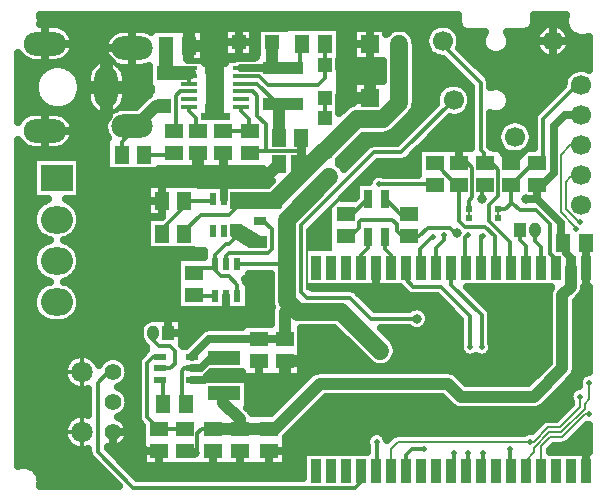
<source format=gbr>
G04 DipTrace 3.3.1.3*
G04 Top.gbr*
%MOIN*%
G04 #@! TF.FileFunction,Copper,L1,Top*
G04 #@! TF.Part,Single*
G04 #@! TA.AperFunction,CopperBalancing*
%ADD14C,0.012992*%
%ADD15C,0.03937*%
%ADD16C,0.025984*%
G04 #@! TA.AperFunction,Conductor*
%ADD17C,0.007874*%
%ADD18C,0.011811*%
G04 #@! TA.AperFunction,CopperBalancing*
%ADD19C,0.031496*%
G04 #@! TA.AperFunction,Conductor*
%ADD20C,0.059055*%
G04 #@! TA.AperFunction,ViaPad*
%ADD23C,0.019685*%
G04 #@! TA.AperFunction,Conductor*
%ADD24C,0.047244*%
G04 #@! TA.AperFunction,CopperBalancing*
%ADD26C,0.025*%
G04 #@! TA.AperFunction,Nonconductor*
%ADD27C,0.043307*%
%ADD28C,0.017717*%
%ADD30R,0.059055X0.051181*%
%ADD31R,0.051181X0.059055*%
%ADD33R,0.047244X0.047244*%
%ADD37R,0.031496X0.062992*%
G04 #@! TA.AperFunction,ComponentPad*
%ADD38O,0.137795X0.07874*%
%ADD39O,0.07874X0.137795*%
%ADD40O,0.141732X0.07874*%
%ADD41C,0.066929*%
%ADD42R,0.066929X0.066929*%
%ADD43R,0.05937X0.05937*%
%ADD44C,0.05937*%
%ADD45R,0.106299X0.090551*%
%ADD46O,0.106299X0.090551*%
%ADD49R,0.03937X0.051181*%
%ADD50O,0.03937X0.051181*%
%ADD53R,0.133858X0.043307*%
%ADD54R,0.106299X0.045276*%
%ADD56R,0.041339X0.025591*%
%ADD57R,0.019685X0.019685*%
%ADD60R,0.043307X0.023622*%
%ADD65R,0.055118X0.011811*%
%ADD66R,0.062992X0.110236*%
%ADD68R,0.023622X0.043307*%
G04 #@! TA.AperFunction,ComponentPad*
%ADD69C,0.055118*%
%ADD70C,0.070866*%
%ADD71R,0.035433X0.07874*%
%ADD72R,0.11811X0.19685*%
G04 #@! TA.AperFunction,ViaPad*
%ADD73C,0.04*%
%FSLAX26Y26*%
G04*
G70*
G90*
G75*
G01*
G04 Top*
%LPD*%
X1006213Y782004D2*
D16*
X1044626D1*
X1070024Y807402D1*
X1073961D1*
X2318055Y1236535D2*
Y1153858D1*
X1928291Y1319213D2*
D17*
Y1350709D1*
X1160575Y1905827D2*
D14*
X1133016D1*
X1102613Y1891446D1*
X1063243Y1758466D1*
X1081835Y1755236D1*
X1896795Y1504252D2*
X1924354D1*
X1940102Y1488504D1*
Y1390079D1*
X1928291Y1378268D1*
Y1350709D1*
X2070024Y1504252D2*
X2081835D1*
X2152701Y1575118D1*
Y1748346D1*
X2266874Y1862520D1*
X2302307D1*
X1168449Y1819213D2*
D16*
X1310181D1*
D15*
X1270811D1*
Y1905827D1*
X1310181Y1819213D2*
D14*
X1365299D1*
Y1901890D1*
X1373173D1*
X845614Y1531811D2*
X940102D1*
X944039Y1535748D1*
X1310181Y1701102D2*
D15*
X1294433D1*
Y1586929D1*
X1310181Y1701102D2*
D14*
Y1708976D1*
X1282622D1*
X1223567Y1768031D1*
D18*
X1168449D1*
X1203882Y1543622D2*
D14*
X1197976Y1537717D1*
Y1535748D1*
X1369236Y1586929D2*
D19*
Y1543622D1*
Y1500315D1*
Y1543622D2*
D14*
X1246818D1*
X1205850D1*
X1197976Y1535748D1*
X1168449Y1742441D2*
D18*
X1209787D1*
X1223567Y1728661D1*
D14*
Y1661732D1*
X1251126Y1634173D1*
Y1547930D1*
X1246818Y1543622D1*
X1696005Y1721969D2*
D20*
Y1705037D1*
X1640890Y1649921D1*
X1554276D1*
X1447976Y1543622D1*
D14*
X1440102Y1535748D1*
D20*
X1286559Y1382205D1*
D14*
X1148764D1*
X1369236Y1500315D2*
X1404669D1*
X1447976Y1543622D1*
X1148764Y1382205D2*
Y1350709D1*
X1129079Y1331024D1*
X1034591D1*
X979472Y1275906D1*
Y1268031D1*
X1696005Y1899921D2*
D20*
Y1721969D1*
D14*
D3*
X1109394Y1610551D2*
X1197976D1*
X1196008D1*
Y1649921D1*
D18*
X1168449Y1677480D1*
Y1691260D1*
X2156638Y1504252D2*
D14*
X2144827D1*
X2070024Y1429449D1*
X2156638Y1504252D2*
X2176323D1*
Y1649921D1*
X2288921Y1762520D1*
X2302307D1*
X2026717Y1319213D2*
D17*
Y1350709D1*
X2070024Y1429449D2*
D14*
Y1374331D1*
X2075827Y1368528D1*
X2097583Y1346772D1*
X2152701D1*
X2199945Y1299528D1*
Y1201102D1*
X2211756Y1189291D1*
Y1154252D1*
X2218055D1*
X2026717Y1350709D2*
X2050339D1*
X2068157Y1368528D1*
X2075827D1*
X1010969Y1138110D2*
X1030654D1*
Y1153858D1*
X1081835D1*
Y1165669D1*
X1148764Y1275906D2*
X1156638D1*
X1196008Y1236535D1*
X1231441D1*
X1156638Y1059370D2*
Y1098740D1*
X1129079Y1126299D1*
X1101520D1*
X1081835Y1145984D1*
Y1165669D1*
X1148764Y1275906D2*
Y1252283D1*
X1129079Y1232598D1*
X1117268D1*
X1081835Y1197165D1*
Y1165669D1*
X1164512Y618425D2*
D15*
X1262937D1*
X1282622D1*
X1432228Y768031D1*
X1849551D1*
X2268055Y1154252D2*
Y1092047D1*
X2239315Y1063307D1*
Y819213D1*
X2144827Y724724D1*
X1900732D1*
X1857425Y768031D1*
X1849551D1*
X1113331Y736535D2*
X1109394D1*
Y705039D1*
X1164512Y649921D1*
Y618425D1*
X1113331Y736535D2*
D14*
X1109394D1*
X1101520Y697165D2*
X1109394Y705039D1*
X1073961Y618425D2*
D15*
X1164512D1*
X2268055Y1154252D2*
D16*
Y1188110D1*
X2251126Y1205039D1*
Y1236535D1*
X2243252D1*
X2235378D1*
Y1303465D1*
X2156638Y1382205D1*
X2117268D1*
X2302307Y1662520D2*
X2247976D1*
X2211756Y1626299D1*
Y1468819D1*
X2176323Y1433386D1*
X2160575D1*
X2156638Y1429449D1*
Y1382205D1*
X980524Y543622D2*
D14*
X1022780D1*
Y602677D1*
X1038528Y618425D1*
X1073961D1*
X1014906Y535748D2*
X988398D1*
X980524Y543622D1*
X1727504Y1260157D2*
X1703882D1*
X1688134Y1275906D1*
Y1299528D1*
X1672386Y1315276D1*
X1570024D1*
X1562150Y1307402D1*
Y1287717D1*
X1542465Y1268031D1*
X1526717D1*
X1518843Y1260157D1*
X1888921Y1271969D2*
Y1264094D1*
X1865299Y1287717D1*
X1790496D1*
X1762937Y1260157D1*
X1727504D1*
X1983409Y1429449D2*
X1971598D1*
Y1382205D1*
X1841677Y1909764D2*
Y1897953D1*
X1967661Y1771969D1*
Y1547559D1*
X1979472Y1535748D1*
Y1504252D1*
X1983409D1*
X1975535D1*
Y1496378D1*
X2010969D1*
X2026717Y1480630D1*
Y1394016D1*
X1995220Y1362520D1*
Y1311339D1*
X2066087Y1240472D1*
Y1152283D1*
X2068055Y1154252D1*
X2118094Y476220D2*
D17*
X2117268D1*
Y512126D1*
X2144827Y539685D1*
Y555433D1*
X2196008Y606614D1*
X2235378D1*
X2314118Y685354D1*
Y701102D1*
X2329866Y716850D1*
Y771969D1*
X1648764Y1256220D2*
D14*
Y1216850D1*
X1668055Y1197559D1*
Y1154252D1*
X1568436Y476218D2*
Y439672D1*
X1550339Y421575D1*
X810181D1*
X692071Y539685D1*
Y771969D1*
X726717Y806614D1*
X741283D1*
X2302307Y1562520D2*
D17*
X2266087D1*
X2235378Y1531811D1*
Y1338898D1*
X2282622Y1291654D1*
Y1283780D1*
X2286559D1*
X2298370Y724724D2*
Y689291D1*
X2231441Y622362D1*
X2192071D1*
X2144827Y575118D1*
X2133016D1*
X1692071D1*
X1668436Y551483D1*
Y476218D1*
X1648764Y1382205D2*
D14*
X1652701D1*
X1699945Y1334961D1*
X1727504D1*
X1932228Y890079D2*
Y992441D1*
X1833803Y1090866D1*
X1743252D1*
X1718055Y1116063D1*
Y1154252D1*
X1621205Y575118D2*
Y478987D1*
X1618436Y476218D1*
X1924354Y1264094D2*
X1916480Y1256220D1*
Y1189291D1*
X1918055Y1187717D1*
Y1154252D1*
X1971598Y890079D2*
Y996378D1*
X1869236Y1098740D1*
Y1118425D1*
X1868055Y1119606D1*
Y1154252D1*
X1975535Y1260157D2*
X1968055D1*
Y1154252D1*
X806244Y1626299D2*
D15*
X818055D1*
X884984Y1693228D1*
X912543D1*
X806244Y1626299D2*
D14*
Y1610551D1*
X770811Y1575118D1*
Y1531811D1*
X995220Y1742441D2*
D18*
X965693D1*
D14*
X951913Y1728661D1*
Y1630236D1*
X944039Y1622362D1*
Y1610551D1*
X1168449Y1793622D2*
D18*
X1229472D1*
D14*
X1259000Y1764094D1*
X1424354D1*
X1447976Y1787717D1*
Y1831024D1*
Y1901890D1*
X1231441Y1311339D2*
X1243252D1*
X1270811Y1283780D1*
Y1216850D1*
X1259000Y1205039D1*
X1129079D1*
X1117268Y1193228D1*
Y1165669D1*
X1119236D1*
X904669Y1268031D2*
Y1283780D1*
X979472Y1358583D1*
Y1378268D1*
X1070024D1*
X1073961Y1382205D1*
X995220Y1691260D2*
D18*
Y1677480D1*
D14*
X1018843Y1653858D1*
Y1610551D1*
X1022780Y1614488D1*
X1026717Y1610551D1*
X899913Y782004D2*
X905450D1*
X909449Y778005D1*
Y700988D1*
X1006213Y819406D2*
D16*
X1034783D1*
X1070024Y854646D1*
X1113331D1*
X1006213Y819406D2*
D14*
X979665D1*
X971598Y811339D1*
Y720787D1*
X984252Y708134D1*
Y700988D1*
X2302307Y1462520D2*
D17*
X2281047D1*
X2286559Y1457008D1*
X2266874D1*
X2251126Y1441260D1*
Y1350709D1*
X2294433Y1307402D1*
X2298370D1*
X2168094Y476220D2*
Y559016D1*
X2199945Y590866D1*
X2239315D1*
X2314118Y665669D1*
X2329866D1*
X895328Y618425D2*
D14*
X980524D1*
X899913Y856807D2*
X875335D1*
X855958Y837430D1*
Y657795D1*
X895328Y618425D1*
X1447976Y1720787D2*
Y1653858D1*
X1593646Y1382205D2*
X1589709D1*
X1542465Y1334961D1*
X1518843D1*
X995220Y1793622D2*
D18*
Y1819213D1*
Y1768031D2*
Y1793622D1*
X920417Y1894016D2*
D24*
Y1811339D1*
X912543Y1803465D1*
X995220Y1819213D2*
D14*
Y1803465D1*
D24*
X912543D1*
X1593646Y1256220D2*
D14*
Y1220787D1*
X1568395Y1195537D1*
Y1154248D1*
X1010969Y1063307D2*
Y1059370D1*
X1081835D1*
X1814118Y1504252D2*
X1837740D1*
Y1480630D1*
X1873173Y1445197D1*
Y1429449D1*
X1896795D1*
Y1311339D1*
X1916480Y1291654D1*
X1983409D1*
X2014906Y1260157D1*
Y1154252D1*
X2018055D1*
X1778685Y551496D2*
X1739315D1*
X1718436Y530617D1*
Y476218D1*
X1877110Y535748D2*
Y484892D1*
X1868436Y476218D1*
X1924354Y535748D2*
Y482480D1*
X1918094Y476220D1*
X1975535Y535748D2*
Y483661D1*
X1968094Y476220D1*
X2066087Y551496D2*
Y508189D1*
X2062150Y504252D1*
Y476220D1*
X2068094D1*
X899913Y819406D2*
X932421D1*
X947976Y834961D1*
Y878268D1*
X932228Y894016D1*
X896795D1*
X875732Y915079D1*
Y935945D1*
X2168055Y1154252D2*
Y1225118D1*
X2148764Y1244409D1*
Y1279843D1*
X2118055Y1154252D2*
Y1227874D1*
X2098764Y1247165D1*
Y1279843D1*
X1629079Y1433386D2*
X1814118D1*
Y1429449D1*
X1006213Y856807D2*
D16*
Y861701D1*
X1062150Y917638D1*
X1089709D1*
X1314118D1*
X1227504D2*
X1089709D1*
X1314118D2*
X1318055D1*
X1463724Y1457008D2*
D20*
X1321992Y1315276D1*
Y1273937D1*
Y1165669D1*
Y1043622D1*
X1357425Y1008189D1*
X1503094D1*
X1633016Y878268D1*
X1156638Y1165669D2*
D14*
X1321992D1*
X1314118Y917638D2*
D15*
Y1008189D1*
X1357425D1*
X1755063Y984567D2*
D14*
X1601520D1*
X1530654Y1055433D1*
X1388921D1*
X1369236Y1075118D1*
Y1295591D1*
X1612606Y1538961D1*
X1703157D1*
X1877110Y1712913D1*
X1845614Y1264094D2*
Y1248346D1*
X1818055Y1220787D1*
Y1154252D1*
X1810181Y1256220D2*
X1806244D1*
X1766874Y1216850D1*
Y1155433D1*
X1768055Y1154252D1*
D15*
X1463724Y1457008D3*
D73*
X1849551Y768031D3*
X2321992Y594803D3*
D23*
X1975535Y1260157D3*
X1971598Y890079D3*
X1924354Y1264094D3*
X1932228Y890079D3*
X1845614Y1264094D3*
X1810181Y1256220D3*
X2298370Y724724D3*
X2329866Y771969D3*
Y665669D3*
X2298370Y1307402D3*
X2286559Y1283780D3*
D15*
X1633016Y878268D3*
D19*
X1755063Y984567D3*
D73*
X1814118Y1043622D3*
D19*
X2117268Y1382205D3*
D23*
X1629079Y1433386D3*
D19*
X1971598Y1382205D3*
D73*
X2243252Y551496D3*
D19*
X1888921Y1271969D3*
D73*
X1207819Y697165D3*
X2188134Y1075118D3*
X1680260D3*
D19*
X1014906Y535748D3*
D73*
X1566087Y1075118D3*
X1947976D3*
X2188134Y866457D3*
X877110Y468819D3*
D23*
X1070024Y1722756D3*
D73*
X1207819Y1020000D3*
Y1437323D3*
Y468819D3*
Y778530D3*
Y1096115D3*
X696008Y1257533D3*
Y1105302D3*
D23*
X2133016Y575118D3*
D73*
X696008Y953071D3*
Y1409764D3*
X1270811Y1966850D3*
D23*
X1097583Y1722756D3*
X1778685Y551496D3*
X1877110Y535748D3*
X1924354D3*
X1975535D3*
D73*
X1434197Y689291D3*
D23*
X2066087Y551496D3*
D73*
X1434197Y590866D3*
D23*
X1058213Y1874331D3*
D73*
X1727504Y1966850D3*
D23*
X1101520Y1874331D3*
D73*
X2070024Y1075118D3*
Y866457D3*
X2077898Y645984D3*
D23*
X1621205Y575118D3*
X1070024Y1677480D3*
X1097583D3*
X1083803Y1699134D3*
X1058213Y1915669D3*
X1101520D3*
X1079866Y1895984D3*
X503035Y1970820D2*
D26*
X1889803D1*
X2147858D2*
X2247245D1*
X596262Y1945951D2*
X749583D1*
X1048618D2*
X1109143D1*
X1501369D2*
X1540076D1*
X1728587D2*
X1792880D1*
X1890497D2*
X1904731D1*
X2132966D2*
X2159006D1*
X610687Y1921083D2*
X719799D1*
X1048618D2*
X1109143D1*
X1501369D2*
X1540076D1*
X1749257D2*
X1781505D1*
X1901836D2*
X1970758D1*
X2066939D2*
X2147631D1*
X2267999D2*
X2292137D1*
X613343Y1896214D2*
X710326D1*
X1048618D2*
X1109143D1*
X1501369D2*
X1540076D1*
X1753383D2*
X1781971D1*
X1901370D2*
X1971368D1*
X2066294D2*
X2148133D1*
X2267496D2*
X2327841D1*
X605915Y1871345D2*
X711259D1*
X1048618D2*
X1109143D1*
X1501369D2*
X1540076D1*
X1753348D2*
X1794710D1*
X1915759D2*
X1989346D1*
X2048351D2*
X2160836D1*
X2254793D2*
X2327841D1*
X428719Y1846476D2*
X447546D1*
X582267D2*
X694860D1*
X1050592D2*
X1113090D1*
X1499395D2*
X1540076D1*
X1753348D2*
X1845665D1*
X1940627D2*
X2327841D1*
X428719Y1821608D2*
X513932D1*
X602470D2*
X663282D1*
X842643D2*
X861111D1*
X1499395D2*
X1638650D1*
X1753348D2*
X1870533D1*
X1965495D2*
X2327841D1*
X428719Y1796739D2*
X489530D1*
X626871D2*
X653378D1*
X785874D2*
X861111D1*
X1502338D2*
X1638650D1*
X1753348D2*
X1895401D1*
X1990363D2*
X2252018D1*
X428719Y1771870D2*
X479698D1*
X636703D2*
X652445D1*
X786807D2*
X861111D1*
X1502338D2*
X1540076D1*
X1753348D2*
X1920269D1*
X2001953D2*
X2241791D1*
X428719Y1747001D2*
X478657D1*
X637744D2*
X652445D1*
X786807D2*
X865381D1*
X1502338D2*
X1540076D1*
X1753348D2*
X1826719D1*
X2053662D2*
X2225930D1*
X428719Y1722133D2*
X486014D1*
X630424D2*
X652624D1*
X786663D2*
X847762D1*
X1499395D2*
X1540076D1*
X1753491D2*
X1816563D1*
X2067406D2*
X2201062D1*
X428719Y1697264D2*
X505283D1*
X611154D2*
X659514D1*
X779738D2*
X822894D1*
X1499395D2*
X1524107D1*
X1752773D2*
X1813980D1*
X2065612D2*
X2176195D1*
X428719Y1672395D2*
X461971D1*
X567842D2*
X681977D1*
X1742582D2*
X1789112D1*
X2045086D2*
X2151327D1*
X601968Y1647526D2*
X713125D1*
X1718540D2*
X1764244D1*
X1859206D2*
X1933366D1*
X2001953D2*
X2063698D1*
X2099953D2*
X2142033D1*
X612446Y1622657D2*
X709644D1*
X1693672D2*
X1739377D1*
X1834338D2*
X1933366D1*
X2001953D2*
X2029895D1*
X612302Y1597789D2*
X716175D1*
X1660408D2*
X1714509D1*
X1809470D2*
X1933366D1*
X2001953D2*
X2020960D1*
X601501Y1572920D2*
X717395D1*
X1557312D2*
X1689641D1*
X1784603D2*
X1933366D1*
X2001953D2*
X2023364D1*
X428719Y1548051D2*
X464268D1*
X565545D2*
X717395D1*
X1532445D2*
X1574202D1*
X428719Y1523182D2*
X473311D1*
X635232D2*
X717395D1*
X1507577D2*
X1549334D1*
X1734867D2*
X1756780D1*
X428719Y1498314D2*
X473311D1*
X635232D2*
X717395D1*
X1502302D2*
X1524466D1*
X1619428D2*
X1756780D1*
X428719Y1473445D2*
X473311D1*
X635232D2*
X1241017D1*
X1594560D2*
X1756780D1*
X428719Y1448576D2*
X473311D1*
X635232D2*
X1241017D1*
X1569692D2*
X1594871D1*
X428719Y1423707D2*
X473311D1*
X635232D2*
X851279D1*
X428719Y1398839D2*
X473311D1*
X635232D2*
X851279D1*
X1519957D2*
X1550087D1*
X428719Y1373970D2*
X504673D1*
X603869D2*
X851279D1*
X428719Y1349101D2*
X481959D1*
X626620D2*
X851279D1*
X428719Y1324232D2*
X473885D1*
X634658D2*
X851279D1*
X428719Y1299364D2*
X475141D1*
X633402D2*
X851279D1*
X428719Y1274495D2*
X486301D1*
X622278D2*
X851279D1*
X428719Y1249626D2*
X517951D1*
X590592D2*
X851279D1*
X428719Y1224757D2*
X491504D1*
X617075D2*
X851279D1*
X428719Y1199888D2*
X476971D1*
X631572D2*
X1042219D1*
X428719Y1175020D2*
X473347D1*
X635196D2*
X953621D1*
X428719Y1150151D2*
X478837D1*
X629742D2*
X953621D1*
X428719Y1125282D2*
X496384D1*
X612159D2*
X953621D1*
X1196246D2*
X1264665D1*
X428719Y1100413D2*
X507939D1*
X600640D2*
X953621D1*
X1196246D2*
X1264665D1*
X428719Y1075545D2*
X483107D1*
X625436D2*
X953621D1*
X1196246D2*
X1264665D1*
X1558030D2*
X1711100D1*
X1939909D2*
X2193527D1*
X2312423D2*
X2327841D1*
X428719Y1050676D2*
X474172D1*
X634371D2*
X953621D1*
X1196246D2*
X1264665D1*
X1582898D2*
X1826503D1*
X1964777D2*
X2191804D1*
X2292830D2*
X2327841D1*
X428719Y1025807D2*
X474710D1*
X633869D2*
X953621D1*
X1196246D2*
X1267643D1*
X1607765D2*
X1851371D1*
X1989645D2*
X2191804D1*
X2286802D2*
X2327841D1*
X428719Y1000938D2*
X484901D1*
X623642D2*
X1266638D1*
X1795224D2*
X1876239D1*
X2005578D2*
X2191804D1*
X2286802D2*
X2327841D1*
X428719Y976070D2*
X513322D1*
X595221D2*
X844030D1*
X973225D2*
X1266638D1*
X1797736D2*
X1897913D1*
X2005900D2*
X2191804D1*
X2286802D2*
X2327841D1*
X428719Y951201D2*
X829210D1*
X973225D2*
X1041178D1*
X1371468D2*
X1480042D1*
X1640133D2*
X1728647D1*
X1781481D2*
X1897913D1*
X2005900D2*
X2191804D1*
X2286802D2*
X2327841D1*
X428719Y926332D2*
X828385D1*
X973225D2*
X1014157D1*
X1371468D2*
X1504909D1*
X1665001D2*
X1897913D1*
X2005900D2*
X2191804D1*
X2286802D2*
X2327841D1*
X428719Y901463D2*
X838468D1*
X973225D2*
X989289D1*
X1371468D2*
X1529777D1*
X1685204D2*
X1896478D1*
X2007372D2*
X2191804D1*
X2286802D2*
X2327841D1*
X428719Y876594D2*
X847655D1*
X1371468D2*
X1554645D1*
X1690335D2*
X1897267D1*
X2006546D2*
X2191804D1*
X2286802D2*
X2327841D1*
X428719Y851726D2*
X594958D1*
X681308D2*
X711223D1*
X771341D2*
X825047D1*
X1371468D2*
X1579512D1*
X1683517D2*
X2191804D1*
X2286802D2*
X2327841D1*
X428719Y826857D2*
X578380D1*
X792620D2*
X821638D1*
X1371468D2*
X1611414D1*
X1654594D2*
X2180824D1*
X2286802D2*
X2327841D1*
X428719Y801988D2*
X575078D1*
X796460D2*
X821638D1*
X1074024D2*
X1170182D1*
X1371468D2*
X1400199D1*
X1889456D2*
X2155956D1*
X2283393D2*
X2309074D1*
X428719Y777119D2*
X582542D1*
X787668D2*
X821638D1*
X1194308D2*
X1375188D1*
X1914468D2*
X2131088D1*
X2263370D2*
X2292603D1*
X428719Y752251D2*
X608522D1*
X770480D2*
X821638D1*
X1194308D2*
X1350320D1*
X2238502D2*
X2274015D1*
X428719Y727382D2*
X657755D1*
X792405D2*
X821638D1*
X1194308D2*
X1325452D1*
X2213634D2*
X2260810D1*
X428719Y702513D2*
X657755D1*
X796496D2*
X821638D1*
X1194308D2*
X1300585D1*
X1432830D2*
X1856825D1*
X2188766D2*
X2266623D1*
X428719Y677644D2*
X657755D1*
X788027D2*
X821638D1*
X1202454D2*
X1275717D1*
X1407962D2*
X2242868D1*
X428719Y652776D2*
X596142D1*
X769547D2*
X822033D1*
X1383095D2*
X2218000D1*
X428719Y627907D2*
X578738D1*
X792190D2*
X838002D1*
X1358227D2*
X2153767D1*
X428719Y603038D2*
X575006D1*
X796532D2*
X838002D1*
X1333359D2*
X1597347D1*
X1645049D2*
X1680849D1*
X2295342D2*
X2327841D1*
X428719Y578169D2*
X581968D1*
X788350D2*
X838002D1*
X1320261D2*
X1583675D1*
X2270475D2*
X2327841D1*
X428719Y553301D2*
X606513D1*
X726378D2*
X838002D1*
X1320261D2*
X1586905D1*
X2206242D2*
X2327841D1*
X428719Y528432D2*
X659837D1*
X750815D2*
X838002D1*
X1320261D2*
X1372891D1*
X428719Y503563D2*
X680721D1*
X775683D2*
X838002D1*
X1320261D2*
X1372891D1*
X489255Y478694D2*
X705589D1*
X800551D2*
X1372891D1*
X501922Y453825D2*
X730457D1*
X825418D2*
X1372891D1*
X501994Y428957D2*
X755324D1*
X1268466Y968539D2*
X1269148D1*
X1269261Y1011719D1*
X1270365Y1018693D1*
X1271328Y1022636D1*
X1268669Y1030820D1*
X1267322Y1039319D1*
X1267153Y1061995D1*
Y1133871D1*
X1193778Y1133862D1*
X1193760Y1118705D1*
X1181380D1*
X1183758Y1115359D1*
X1186024Y1110912D1*
X1186891Y1108560D1*
X1193007Y1106334D1*
X1193760D1*
Y1012405D1*
X956130D1*
Y1189012D1*
X1044728D1*
X1044713Y1211560D1*
X1012947Y1211645D1*
X1009077Y1212258D1*
X1007183Y1212793D1*
X1002815Y1213193D1*
X853768D1*
Y1322870D1*
X898803D1*
X898616Y1323429D1*
X853768D1*
Y1433106D1*
X1030374D1*
Y1430774D1*
X1056235Y1430717D1*
X1060104Y1430104D1*
X1064398Y1429169D1*
X1123330Y1429211D1*
X1127107Y1430439D1*
X1131030Y1431060D1*
X1257949Y1431138D1*
X1272268Y1445467D1*
X1243532Y1445476D1*
Y1484841D1*
X896514Y1484846D1*
X896516Y1476972D1*
X719910D1*
Y1586649D1*
X725615D1*
X721567Y1592503D1*
X716959Y1601547D1*
X713823Y1611200D1*
X712235Y1621224D1*
Y1631374D1*
X713823Y1641399D1*
X716959Y1651052D1*
X721567Y1660095D1*
X722900Y1662091D1*
X714674Y1662202D1*
X707394Y1663180D1*
X700272Y1664976D1*
X693400Y1667569D1*
X686866Y1670924D1*
X680754Y1674998D1*
X675144Y1679739D1*
X670107Y1685086D1*
X665709Y1690969D1*
X662007Y1697312D1*
X659047Y1704035D1*
X656869Y1711049D1*
X655500Y1718266D1*
X654955Y1726689D1*
X655099Y1790154D1*
X656015Y1797442D1*
X657751Y1804579D1*
X660285Y1811474D1*
X663584Y1818036D1*
X667606Y1824182D1*
X672299Y1829832D1*
X677602Y1834914D1*
X683448Y1839362D1*
X689759Y1843119D1*
X696457Y1846135D1*
X703452Y1848373D1*
X710657Y1849804D1*
X717977Y1850408D1*
X722796Y1850417D1*
X719093Y1856761D1*
X716134Y1863484D1*
X713956Y1870498D1*
X712587Y1877715D1*
X712045Y1885040D1*
X712337Y1892379D1*
X713459Y1899638D1*
X715397Y1906723D1*
X718126Y1913542D1*
X721610Y1920008D1*
X725805Y1926038D1*
X730657Y1931553D1*
X736102Y1936482D1*
X742072Y1940762D1*
X748488Y1944338D1*
X755268Y1947163D1*
X762324Y1949201D1*
X769566Y1950426D1*
X778554Y1950823D1*
X839628Y1950708D1*
X846924Y1949854D1*
X854075Y1948179D1*
X860991Y1945704D1*
X867581Y1942461D1*
X869515Y1941318D1*
X869516Y1948854D1*
X1046122D1*
Y1850424D1*
X1048091Y1850429D1*
Y1835680D1*
X1115578Y1835665D1*
X1115579Y1850429D1*
X1146260D1*
X1151060Y1853341D1*
X1156612Y1855641D1*
X1161708Y1856895D1*
X1111642Y1856894D1*
Y1954760D1*
X1209508D1*
Y1857521D1*
X1217933Y1857516D1*
X1217941Y1866177D1*
X1221853D1*
X1221878Y1954760D1*
X1319744D1*
Y1954437D1*
X1322272Y1956728D1*
X1498878D1*
Y1847051D1*
X1496904D1*
X1496910Y1819922D1*
X1499846Y1819902D1*
Y1727972D1*
X1496940D1*
X1496910Y1670101D1*
X1518661Y1691621D1*
X1525622Y1696679D1*
X1533290Y1700586D1*
X1541490Y1703248D1*
X1542589Y1703718D1*
Y1776964D1*
X1641167Y1777087D1*
Y1844944D1*
X1542589Y1844925D1*
Y1954917D1*
X1652582D1*
Y1933666D1*
X1657117Y1938809D1*
X1663679Y1944414D1*
X1671038Y1948923D1*
X1679011Y1952226D1*
X1687402Y1954240D1*
X1696005Y1954917D1*
X1704609Y1954240D1*
X1713000Y1952226D1*
X1720973Y1948923D1*
X1728331Y1944414D1*
X1734893Y1938809D1*
X1740498Y1932247D1*
X1745007Y1924889D1*
X1748310Y1916916D1*
X1750324Y1908525D1*
X1751001Y1899921D1*
X1750844Y1872362D1*
X1751001Y1721969D1*
X1750844Y1705037D1*
X1750169Y1696458D1*
X1748160Y1688091D1*
X1744867Y1680140D1*
X1740371Y1672803D1*
X1734782Y1666260D1*
X1676505Y1608222D1*
X1669543Y1603164D1*
X1661876Y1599257D1*
X1653692Y1596598D1*
X1645192Y1595252D1*
X1622517Y1595083D1*
X1576980D1*
X1496910Y1515003D1*
Y1500668D1*
X1502501Y1495785D1*
X1508090Y1489241D1*
X1511855Y1483210D1*
X1591949Y1563147D1*
X1595987Y1566081D1*
X1600434Y1568347D1*
X1605181Y1569889D1*
X1610111Y1570670D1*
X1676911Y1570768D1*
X1690008D1*
X1819690Y1700476D1*
X1818516Y1708302D1*
Y1717525D1*
X1819959Y1726634D1*
X1822809Y1735406D1*
X1826996Y1743624D1*
X1832417Y1751085D1*
X1838939Y1757607D1*
X1846400Y1763028D1*
X1854618Y1767215D1*
X1863389Y1770065D1*
X1872499Y1771508D1*
X1881722D1*
X1890831Y1770065D1*
X1899603Y1767215D1*
X1907820Y1763028D1*
X1915282Y1757607D1*
X1921804Y1751085D1*
X1927225Y1743624D1*
X1931412Y1735406D1*
X1934262Y1726634D1*
X1935705Y1717525D1*
X1935854Y1703727D1*
Y1711012D1*
X1935162Y1703719D1*
X1933009Y1694751D1*
X1929480Y1686230D1*
X1924661Y1678366D1*
X1918671Y1671353D1*
X1911658Y1665363D1*
X1903794Y1660544D1*
X1895273Y1657014D1*
X1886305Y1654861D1*
X1877110Y1654138D1*
X1867916Y1654861D1*
X1864680Y1655505D1*
X1764333Y1555154D1*
X1935855Y1555153D1*
X1935858Y1758790D1*
X1843569Y1851063D1*
X1837066Y1851169D1*
X1827956Y1852612D1*
X1819185Y1855462D1*
X1810967Y1859649D1*
X1803505Y1865070D1*
X1796984Y1871592D1*
X1791563Y1879054D1*
X1787376Y1887271D1*
X1784526Y1896043D1*
X1783083Y1905152D1*
Y1914375D1*
X1784526Y1923485D1*
X1787376Y1932256D1*
X1791563Y1940474D1*
X1796984Y1947935D1*
X1803505Y1954457D1*
X1810967Y1959878D1*
X1819185Y1964065D1*
X1827956Y1966915D1*
X1837066Y1968358D1*
X1846289D1*
X1855398Y1966915D1*
X1864170Y1964065D1*
X1872387Y1959878D1*
X1879849Y1954457D1*
X1886370Y1947935D1*
X1891792Y1940474D1*
X1895979Y1932256D1*
X1898829Y1923485D1*
X1900272Y1914375D1*
Y1905152D1*
X1898829Y1896043D1*
X1896347Y1888269D1*
X1991848Y1792626D1*
X1994781Y1788588D1*
X1997047Y1784141D1*
X1998590Y1779394D1*
X1999371Y1774464D1*
X1999469Y1755713D1*
X2004330Y1757579D1*
X2011496Y1759300D1*
X2018843Y1759878D1*
X2026189Y1759300D1*
X2033355Y1757579D1*
X2040164Y1754759D1*
X2046448Y1750909D1*
X2052051Y1746122D1*
X2056838Y1740518D1*
X2060688Y1734235D1*
X2063508Y1727426D1*
X2065229Y1720260D1*
X2065807Y1712913D1*
X2065229Y1705567D1*
X2063508Y1698401D1*
X2060688Y1691592D1*
X2056838Y1685308D1*
X2052051Y1679704D1*
X2046448Y1674918D1*
X2040164Y1671068D1*
X2033355Y1668247D1*
X2026189Y1666527D1*
X2018843Y1665949D1*
X2011496Y1666527D1*
X2004330Y1668247D1*
X1999470Y1670169D1*
X1999601Y1560601D1*
X2003665Y1556397D1*
X2011248Y1555153D1*
X2035211Y1555144D1*
X2031720Y1560156D1*
X2027533Y1568374D1*
X2024683Y1577145D1*
X2023240Y1586255D1*
Y1595478D1*
X2024683Y1604587D1*
X2027533Y1613359D1*
X2031720Y1621576D1*
X2037141Y1629038D1*
X2043663Y1635559D1*
X2051124Y1640981D1*
X2059342Y1645168D1*
X2068114Y1648018D1*
X2077223Y1649461D1*
X2086446D1*
X2095556Y1648018D1*
X2104327Y1645168D1*
X2112545Y1640981D1*
X2120006Y1635559D1*
X2126528Y1629038D1*
X2131949Y1621576D1*
X2136136Y1613359D1*
X2138986Y1604587D1*
X2140429Y1595478D1*
Y1586255D1*
X2138986Y1577145D1*
X2136136Y1568374D1*
X2131949Y1560156D1*
X2128459Y1555144D1*
X2144537Y1555154D1*
X2144614Y1652417D1*
X2145394Y1657347D1*
X2146937Y1662093D1*
X2149203Y1666540D1*
X2152136Y1670578D1*
X2199302Y1717882D1*
X2243529Y1762109D1*
X2244255Y1771714D1*
X2246408Y1780682D1*
X2249938Y1789203D1*
X2254757Y1797067D1*
X2260746Y1804080D1*
X2267760Y1810070D1*
X2275624Y1814889D1*
X2284144Y1818419D1*
X2293113Y1820572D1*
X2302307Y1821295D1*
X2311502Y1820572D1*
X2320470Y1818419D1*
X2328991Y1814889D1*
X2330328Y1814140D1*
X2330335Y1925250D1*
X2323798Y1922666D1*
X2315131Y1920585D1*
X2306244Y1919886D1*
X2297358Y1920585D1*
X2288690Y1922666D1*
X2280454Y1926077D1*
X2272854Y1930735D1*
X2266075Y1936524D1*
X2260286Y1943303D1*
X2255629Y1950903D1*
X2252217Y1959139D1*
X2250136Y1967806D1*
X2249437Y1976693D1*
X2250136Y1985579D1*
X2252217Y1994247D1*
X2252754Y1995702D1*
X2145508Y1995689D1*
X2145429Y1971286D1*
X2143245Y1960898D1*
X2141912Y1958280D1*
X2136431Y1950352D1*
X2134194Y1948441D1*
X2126097Y1943218D1*
X2123303Y1942310D1*
X2113331Y1940571D1*
X2054301D1*
X2058886Y1934303D1*
X2062232Y1927736D1*
X2064509Y1920727D1*
X2065662Y1913449D1*
Y1906079D1*
X2064509Y1898800D1*
X2062232Y1891791D1*
X2058886Y1885225D1*
X2054555Y1879263D1*
X2049344Y1874052D1*
X2043381Y1869720D1*
X2036815Y1866374D1*
X2029806Y1864097D1*
X2022527Y1862944D1*
X2015158D1*
X2007879Y1864097D1*
X2000870Y1866374D1*
X1994304Y1869720D1*
X1988341Y1874052D1*
X1983130Y1879263D1*
X1978799Y1885225D1*
X1975453Y1891791D1*
X1973176Y1898800D1*
X1972023Y1906079D1*
Y1913449D1*
X1973176Y1920727D1*
X1975453Y1927736D1*
X1978799Y1934303D1*
X1983414Y1940572D1*
X1922885Y1940658D1*
X1912497Y1942842D1*
X1909878Y1944175D1*
X1901948Y1949658D1*
X1900040Y1951893D1*
X1894816Y1959989D1*
X1893908Y1962784D1*
X1892169Y1972756D1*
Y1995686D1*
X497543Y1995689D1*
X499277Y1989954D1*
X500671Y1981150D1*
Y1972236D1*
X499945Y1966571D1*
X550258Y1966456D1*
X557554Y1965602D1*
X564705Y1963927D1*
X571621Y1961452D1*
X578211Y1958209D1*
X584391Y1954239D1*
X590081Y1949594D1*
X595208Y1944335D1*
X599706Y1938527D1*
X603516Y1932248D1*
X606589Y1925577D1*
X608887Y1918600D1*
X610379Y1911408D1*
X611045Y1904093D1*
X610848Y1896385D1*
X609808Y1889113D1*
X607951Y1882007D1*
X605300Y1875157D1*
X601889Y1868652D1*
X597763Y1862575D1*
X592975Y1857005D1*
X587585Y1852015D1*
X581665Y1847667D1*
X575290Y1844018D1*
X568543Y1841116D1*
X561510Y1838998D1*
X554282Y1837691D1*
X546402Y1837209D1*
X478453Y1837399D1*
X471174Y1838377D1*
X464052Y1840173D1*
X457179Y1842766D1*
X450645Y1846121D1*
X444534Y1850195D1*
X438923Y1854936D1*
X433887Y1860283D1*
X429489Y1866165D1*
X426198Y1871728D1*
X426201Y1640699D1*
X430315Y1647492D1*
X434846Y1653274D1*
X440002Y1658504D1*
X445719Y1663116D1*
X451922Y1667050D1*
X458530Y1670256D1*
X465460Y1672692D1*
X472621Y1674326D1*
X479921Y1675138D1*
X518318Y1675232D1*
X552090Y1674982D1*
X559359Y1673921D1*
X566460Y1672044D1*
X573302Y1669373D1*
X579798Y1665944D1*
X585862Y1661800D1*
X591418Y1656996D1*
X596394Y1651593D1*
X600725Y1645660D1*
X604355Y1639275D1*
X607238Y1632519D1*
X609336Y1625480D1*
X610623Y1618249D1*
X611083Y1610551D1*
X610666Y1603218D1*
X609420Y1595979D1*
X607361Y1588928D1*
X604517Y1582156D1*
X600923Y1575751D1*
X596626Y1569794D1*
X591681Y1564362D1*
X586152Y1559526D1*
X580111Y1555349D1*
X573635Y1551883D1*
X566808Y1549173D1*
X559718Y1547256D1*
X552455Y1546154D1*
X544564Y1545870D1*
X478453Y1546060D1*
X471174Y1547038D1*
X464052Y1548835D1*
X457179Y1551427D1*
X450645Y1554782D1*
X444534Y1558857D1*
X438923Y1563598D1*
X433887Y1568944D1*
X429489Y1574827D1*
X426198Y1580390D1*
X426201Y495204D1*
X435153Y497368D1*
X444039Y498067D1*
X452926Y497368D1*
X461594Y495287D1*
X469829Y491875D1*
X477430Y487218D1*
X484208Y481429D1*
X489997Y474650D1*
X494655Y467050D1*
X498066Y458814D1*
X500147Y450146D1*
X500846Y441260D1*
X500147Y432373D1*
X498771Y426204D1*
X760593Y426201D1*
X667884Y519028D1*
X664951Y523066D1*
X662685Y527513D1*
X661142Y532260D1*
X660362Y537189D1*
X660264Y550056D1*
X652571Y547611D1*
X645344Y546300D1*
X638012Y545870D1*
X630682Y546329D1*
X623461Y547669D1*
X616454Y549871D1*
X609764Y552902D1*
X603489Y556718D1*
X597720Y561264D1*
X592543Y566473D1*
X588031Y572269D1*
X584252Y578567D1*
X581261Y585275D1*
X579102Y592295D1*
X577805Y599524D1*
X577390Y606857D1*
X577864Y614186D1*
X579218Y621405D1*
X581434Y628407D1*
X584478Y635091D1*
X588308Y641359D1*
X592865Y647118D1*
X598084Y652286D1*
X603889Y656785D1*
X610195Y660552D1*
X616909Y663529D1*
X623933Y665675D1*
X631165Y666957D1*
X638498Y667357D1*
X645827Y666869D1*
X653043Y665500D1*
X660260Y663182D1*
X660264Y750074D1*
X654349Y748074D1*
X647165Y746545D1*
X639849Y745894D1*
X632509Y746131D1*
X625250Y747252D1*
X618180Y749241D1*
X611401Y752069D1*
X605014Y755694D1*
X599110Y760063D1*
X593777Y765113D1*
X589093Y770770D1*
X585125Y776951D1*
X581933Y783565D1*
X579562Y790516D1*
X578047Y797703D1*
X577411Y805020D1*
X577662Y812360D1*
X578798Y819617D1*
X580801Y826683D1*
X583642Y833456D1*
X587280Y839836D1*
X591661Y845731D1*
X596722Y851054D1*
X602388Y855727D1*
X608576Y859682D1*
X615197Y862861D1*
X622153Y865218D1*
X629343Y866719D1*
X636661Y867340D1*
X644001Y867074D1*
X651255Y865924D1*
X658317Y863907D1*
X665084Y861052D1*
X671457Y857402D1*
X677343Y853009D1*
X682656Y847938D1*
X687318Y842262D1*
X691261Y836066D1*
X694044Y830344D1*
X698511Y837690D1*
X703899Y843999D1*
X710207Y849387D1*
X717281Y853722D1*
X724946Y856897D1*
X733013Y858833D1*
X741283Y859484D1*
X749554Y858833D1*
X757621Y856897D1*
X765286Y853722D1*
X772360Y849387D1*
X778668Y843999D1*
X784056Y837690D1*
X788391Y830617D1*
X791566Y822952D1*
X793503Y814885D1*
X794154Y806614D1*
X793503Y798343D1*
X791566Y790276D1*
X788391Y782612D1*
X784056Y775538D1*
X778668Y769229D1*
X772360Y763841D1*
X765286Y759507D1*
X758428Y756629D1*
X765286Y753722D1*
X772360Y749387D1*
X778668Y743999D1*
X784056Y737690D1*
X788391Y730617D1*
X791566Y722952D1*
X793503Y714885D1*
X794154Y706614D1*
X793503Y698343D1*
X791566Y690276D1*
X788391Y682612D1*
X784056Y675538D1*
X778668Y669229D1*
X772360Y663841D1*
X765286Y659507D1*
X758428Y656629D1*
X765013Y653860D1*
X771331Y650116D1*
X777068Y645533D1*
X782116Y640200D1*
X786375Y634218D1*
X789765Y627704D1*
X792219Y620784D1*
X793691Y613589D1*
X794154Y606614D1*
X793644Y599289D1*
X792124Y592105D1*
X789623Y585200D1*
X786190Y578709D1*
X781890Y572756D1*
X776807Y567457D1*
X771039Y562912D1*
X764697Y559211D1*
X757903Y556424D1*
X750789Y554606D1*
X743491Y553790D1*
X736151Y553994D1*
X728909Y555213D1*
X723879Y556695D1*
X727553Y549185D1*
X823340Y453398D1*
X1375393Y453382D1*
X1375408Y540899D1*
X1589390D1*
X1589398Y560121D1*
X1587022Y566912D1*
X1586160Y572360D1*
Y577876D1*
X1587022Y583325D1*
X1588727Y588571D1*
X1591231Y593486D1*
X1594474Y597949D1*
X1598374Y601849D1*
X1602837Y605091D1*
X1607752Y607596D1*
X1612998Y609300D1*
X1618447Y610163D1*
X1623963D1*
X1629411Y609300D1*
X1634657Y607596D1*
X1639572Y605091D1*
X1644035Y601849D1*
X1647936Y597949D1*
X1651178Y593486D1*
X1653682Y588571D1*
X1655387Y583325D1*
X1655955Y580371D1*
X1673076Y597359D1*
X1676789Y600056D1*
X1680878Y602140D1*
X1685243Y603558D1*
X1689776Y604276D1*
X1774748Y604366D1*
X2113531D1*
X2119563Y607596D1*
X2124809Y609300D1*
X2130258Y610163D1*
X2135774D1*
X2138226Y609873D1*
X2173076Y644603D1*
X2176789Y647300D1*
X2180878Y649384D1*
X2185243Y650802D1*
X2189776Y651520D1*
X2219307Y651610D1*
X2269145Y701429D1*
X2268397Y706357D1*
X2265892Y711272D1*
X2264188Y716518D1*
X2263325Y721966D1*
Y727483D1*
X2264188Y732931D1*
X2265892Y738177D1*
X2268397Y743092D1*
X2271639Y747555D1*
X2275540Y751455D1*
X2280002Y754698D1*
X2284917Y757202D1*
X2290164Y758907D1*
X2296873Y759819D1*
X2295145Y766469D1*
X2294713Y771969D1*
X2295145Y777468D1*
X2296433Y782832D1*
X2298544Y787928D1*
X2301426Y792631D1*
X2305009Y796826D1*
X2309203Y800408D1*
X2313907Y803291D1*
X2319003Y805402D1*
X2324367Y806689D1*
X2330329Y807104D1*
X2330335Y1089149D1*
X2312962Y1089177D1*
X2311808Y1081543D1*
X2309626Y1074828D1*
X2306421Y1068537D1*
X2302270Y1062825D1*
X2284318Y1044676D1*
X2284172Y815682D1*
X2283068Y808708D1*
X2280886Y801993D1*
X2277681Y795702D1*
X2273530Y789990D1*
X2251645Y767908D1*
X2174049Y690509D1*
X2168337Y686359D1*
X2162046Y683153D1*
X2155331Y680971D1*
X2148357Y679867D1*
X2117268Y679728D1*
X1897202Y679867D1*
X1890228Y680971D1*
X1883513Y683153D1*
X1877222Y686359D1*
X1871510Y690509D1*
X1849428Y712394D1*
X1838796Y723026D1*
X1450842Y723035D1*
X1317776Y589938D1*
Y492720D1*
X840490D1*
X840358Y628413D1*
X831772Y637138D1*
X828838Y641176D1*
X826572Y645623D1*
X825030Y650370D1*
X824249Y655300D1*
X824151Y722100D1*
X824249Y839926D1*
X825030Y844856D1*
X826572Y849603D1*
X828838Y854050D1*
X831772Y858088D1*
X852851Y879305D1*
X852949Y891202D1*
X846510Y895824D1*
X841517Y900817D1*
X837367Y906529D1*
X834161Y912820D1*
X831979Y919535D1*
X830875Y926509D1*
X830736Y941850D1*
X831290Y948889D1*
X832938Y955755D1*
X835640Y962278D1*
X839330Y968298D1*
X843915Y973667D1*
X849284Y978253D1*
X855304Y981942D1*
X861828Y984644D1*
X868693Y986292D1*
X875732Y986846D1*
X880729Y986534D1*
X880736Y986846D1*
X970729D1*
Y900502D1*
X973709Y896964D1*
X975101Y894878D1*
X977621Y893929D1*
X984260D1*
X1037274Y946764D1*
X1042136Y950297D1*
X1047492Y953025D1*
X1053208Y954883D1*
X1059144Y955823D1*
X1108081Y955941D1*
X1172637D1*
X1172666Y968539D1*
X1268466D1*
X1368957Y953360D2*
Y791933D1*
X1172666D1*
Y806696D1*
X1076209Y806697D1*
X1059659Y790280D1*
X1054787Y786741D1*
X1053243Y784484D1*
X1191792D1*
Y688586D1*
X1189459D1*
X1198727Y679144D1*
X1202877Y673432D1*
X1204609Y670337D1*
X1208098Y669327D1*
X1269855D1*
X1403006Y802247D1*
X1408718Y806397D1*
X1415009Y809603D1*
X1421724Y811784D1*
X1428698Y812889D1*
X1459787Y813028D1*
X1845996Y813203D1*
X1853106D1*
X1860956Y812889D1*
X1867929Y811784D1*
X1874645Y809603D1*
X1880936Y806397D1*
X1886648Y802247D1*
X1908730Y780361D1*
X1919361Y769730D1*
X2126193Y769721D1*
X2194333Y837865D1*
X2194457Y1066837D1*
X2195562Y1073811D1*
X2197744Y1080526D1*
X2200957Y1086829D1*
X2201897Y1089571D1*
X1923368D1*
X1995785Y1017035D1*
X1998718Y1012997D1*
X2000984Y1008550D1*
X2002527Y1003803D1*
X2003308Y998874D1*
X2003406Y932073D1*
Y905053D1*
X2005031Y900942D1*
X2006319Y895578D1*
X2006752Y890079D1*
X2006319Y884580D1*
X2005031Y879216D1*
X2002920Y874119D1*
X2000038Y869416D1*
X1996456Y865221D1*
X1992261Y861639D1*
X1987558Y858757D1*
X1982461Y856646D1*
X1977098Y855358D1*
X1971598Y854925D1*
X1966099Y855358D1*
X1960735Y856646D1*
X1955639Y858757D1*
X1951931Y860974D1*
X1948188Y858757D1*
X1943091Y856646D1*
X1937728Y855358D1*
X1932228Y854925D1*
X1926729Y855358D1*
X1921365Y856646D1*
X1916269Y858757D1*
X1911566Y861639D1*
X1907371Y865221D1*
X1903789Y869416D1*
X1900906Y874119D1*
X1898795Y879216D1*
X1897508Y884580D1*
X1897075Y890079D1*
X1897508Y895578D1*
X1898795Y900942D1*
X1900423Y904990D1*
X1900421Y979251D1*
X1820649Y1059038D1*
X1740756Y1059157D1*
X1735827Y1059938D1*
X1731080Y1061480D1*
X1726633Y1063746D1*
X1722595Y1066680D1*
X1699556Y1089580D1*
X1401030Y1089567D1*
X1407294Y1087240D1*
X1533149Y1087142D1*
X1538079Y1086361D1*
X1542826Y1084819D1*
X1547273Y1082553D1*
X1551311Y1079619D1*
X1598615Y1032454D1*
X1614676Y1016392D1*
X1729088Y1016374D1*
X1733610Y1019576D1*
X1739350Y1022501D1*
X1745478Y1024492D1*
X1751842Y1025499D1*
X1758284D1*
X1764648Y1024492D1*
X1770776Y1022501D1*
X1776516Y1019576D1*
X1781729Y1015788D1*
X1786285Y1011233D1*
X1790072Y1006020D1*
X1792997Y1000280D1*
X1794988Y994152D1*
X1795995Y987788D1*
Y981345D1*
X1794988Y974982D1*
X1792997Y968854D1*
X1790072Y963114D1*
X1786285Y957901D1*
X1781729Y953345D1*
X1776516Y949558D1*
X1770776Y946633D1*
X1764648Y944642D1*
X1758284Y943634D1*
X1751842D1*
X1745478Y944642D1*
X1739350Y946633D1*
X1733610Y949558D1*
X1729139Y952761D1*
X1636107Y952760D1*
X1674715Y913883D1*
X1679773Y906921D1*
X1683680Y899254D1*
X1686339Y891070D1*
X1687685Y882570D1*
Y873965D1*
X1686339Y865466D1*
X1683680Y857282D1*
X1679773Y849615D1*
X1674715Y842653D1*
X1668631Y836568D1*
X1661669Y831510D1*
X1654002Y827603D1*
X1645818Y824944D1*
X1637318Y823598D1*
X1628713D1*
X1620214Y824944D1*
X1612030Y827603D1*
X1604363Y831510D1*
X1597401Y836568D1*
X1581247Y852482D1*
X1480386Y953344D1*
X1368924Y953350D1*
X867901Y1754531D2*
X863610D1*
Y1827771D1*
X856178Y1824764D1*
X849088Y1822846D1*
X841826Y1821745D1*
X833934Y1821461D1*
X773501Y1821542D1*
X777583Y1814472D1*
X780466Y1807716D1*
X782565Y1800677D1*
X783851Y1793445D1*
X784311Y1785748D1*
X784076Y1721188D1*
X783037Y1713917D1*
X781179Y1706810D1*
X778528Y1699960D1*
X775118Y1693455D1*
X773500Y1690903D1*
X819096Y1690980D1*
X855762Y1727444D1*
X861486Y1731601D1*
X863610Y1736159D1*
Y1742161D1*
X867881D1*
X867891Y1754513D1*
X1557647Y1439012D2*
X1594392D1*
X1595646Y1444249D1*
X1597757Y1449345D1*
X1600639Y1454049D1*
X1604221Y1458243D1*
X1608416Y1461826D1*
X1613119Y1464708D1*
X1618216Y1466819D1*
X1623580Y1468107D1*
X1629079Y1468539D1*
X1634578Y1468107D1*
X1639942Y1466819D1*
X1643990Y1465191D1*
X1759302Y1465193D1*
X1759280Y1550130D1*
X1723815Y1514774D1*
X1719777Y1511841D1*
X1715330Y1509575D1*
X1710583Y1508032D1*
X1705653Y1507252D1*
X1638853Y1507153D1*
X1625755D1*
X1557631Y1439003D1*
X1552587Y1426447D1*
Y1433947D1*
X1504498Y1385870D1*
X1548368Y1385862D1*
X1552579Y1390057D1*
X1552587Y1426447D1*
X635565Y1750133D2*
X634849Y1744082D1*
X633661Y1738107D1*
X632007Y1732243D1*
X629898Y1726527D1*
X627347Y1720995D1*
X624371Y1715679D1*
X620986Y1710613D1*
X617214Y1705829D1*
X613078Y1701355D1*
X608604Y1697219D1*
X603820Y1693447D1*
X598754Y1690063D1*
X593439Y1687086D1*
X587906Y1684535D1*
X582190Y1682426D1*
X576326Y1680772D1*
X570351Y1679584D1*
X564300Y1678868D1*
X558213Y1678629D1*
X552125Y1678868D1*
X546075Y1679584D1*
X540099Y1680772D1*
X534235Y1682426D1*
X528519Y1684535D1*
X522987Y1687086D1*
X517671Y1690063D1*
X512605Y1693447D1*
X507821Y1697219D1*
X503347Y1701355D1*
X499211Y1705829D1*
X495439Y1710613D1*
X492055Y1715679D1*
X489078Y1720995D1*
X486527Y1726527D1*
X484418Y1732243D1*
X482765Y1738107D1*
X481576Y1744082D1*
X480860Y1750133D1*
X480621Y1756220D1*
X480860Y1762308D1*
X481576Y1768359D1*
X482765Y1774334D1*
X484418Y1780198D1*
X486527Y1785914D1*
X489078Y1791446D1*
X492055Y1796762D1*
X495439Y1801828D1*
X499211Y1806612D1*
X503347Y1811086D1*
X507821Y1815222D1*
X512605Y1818994D1*
X517671Y1822378D1*
X522987Y1825355D1*
X528519Y1827906D1*
X534235Y1830015D1*
X540099Y1831668D1*
X546075Y1832857D1*
X552125Y1833573D1*
X558213Y1833812D1*
X564300Y1833573D1*
X570351Y1832857D1*
X576326Y1831668D1*
X582190Y1830015D1*
X587906Y1827906D1*
X593439Y1825355D1*
X598754Y1822378D1*
X603820Y1818994D1*
X608604Y1815222D1*
X613078Y1811086D1*
X617214Y1806612D1*
X620986Y1801828D1*
X624371Y1796762D1*
X627347Y1791446D1*
X629898Y1785914D1*
X632007Y1780198D1*
X633661Y1774334D1*
X634849Y1768359D1*
X635565Y1762308D1*
X635804Y1756220D1*
X635565Y1750133D1*
X2266566Y1907927D2*
X2265878Y1900615D1*
X2264284Y1893446D1*
X2261808Y1886531D1*
X2258489Y1879980D1*
X2254379Y1873893D1*
X2249542Y1868366D1*
X2244054Y1863486D1*
X2238000Y1859329D1*
X2231474Y1855959D1*
X2224579Y1853429D1*
X2217423Y1851778D1*
X2210117Y1851033D1*
X2202774Y1851205D1*
X2195511Y1852291D1*
X2188439Y1854275D1*
X2181671Y1857125D1*
X2175310Y1860797D1*
X2169457Y1865233D1*
X2164203Y1870365D1*
X2159630Y1876112D1*
X2155810Y1882384D1*
X2152801Y1889084D1*
X2150652Y1896107D1*
X2149395Y1903343D1*
X2149050Y1910679D1*
X2149623Y1918001D1*
X2151105Y1925194D1*
X2153472Y1932147D1*
X2156688Y1938750D1*
X2160702Y1944900D1*
X2165451Y1950502D1*
X2170863Y1955467D1*
X2176851Y1959719D1*
X2183323Y1963191D1*
X2190177Y1965829D1*
X2197307Y1967592D1*
X2204600Y1968451D1*
X2211944Y1968394D1*
X2219224Y1967422D1*
X2226326Y1965550D1*
X2233138Y1962806D1*
X2239556Y1959235D1*
X2245477Y1954890D1*
X2250811Y1949842D1*
X2255474Y1944167D1*
X2259392Y1937956D1*
X2262505Y1931304D1*
X2264765Y1924316D1*
X2266135Y1917100D1*
X2266594Y1909764D1*
X2266566Y1907927D1*
X485001Y1523657D2*
X632736D1*
Y1382484D1*
X583962Y1382407D1*
X594195Y1378169D1*
X603639Y1372381D1*
X612062Y1365188D1*
X619255Y1356765D1*
X625043Y1347321D1*
X629281Y1337088D1*
X631867Y1326318D1*
X632736Y1315276D1*
X631867Y1304233D1*
X629281Y1293463D1*
X625043Y1283230D1*
X619255Y1273786D1*
X612062Y1265363D1*
X603639Y1258170D1*
X594195Y1252382D1*
X583962Y1248144D1*
X577417Y1246399D1*
X583962Y1244612D1*
X594195Y1240373D1*
X603639Y1234586D1*
X612062Y1227393D1*
X619255Y1218970D1*
X625043Y1209526D1*
X629281Y1199293D1*
X631867Y1188522D1*
X632736Y1177480D1*
X631867Y1166438D1*
X629281Y1155668D1*
X625043Y1145435D1*
X619255Y1135991D1*
X612062Y1127568D1*
X603639Y1120375D1*
X594195Y1114587D1*
X583962Y1110348D1*
X577417Y1108603D1*
X583962Y1106817D1*
X594195Y1102578D1*
X603639Y1096791D1*
X612062Y1089597D1*
X619255Y1081175D1*
X625043Y1071731D1*
X629281Y1061498D1*
X631867Y1050727D1*
X632736Y1039685D1*
X631867Y1028643D1*
X629281Y1017873D1*
X625043Y1007639D1*
X619255Y998195D1*
X612062Y989773D1*
X603639Y982579D1*
X594195Y976792D1*
X583962Y972553D1*
X573192Y969967D1*
X562150Y969098D1*
X546402D1*
X535359Y969967D1*
X524589Y972553D1*
X514356Y976792D1*
X504912Y982579D1*
X496489Y989773D1*
X489296Y998195D1*
X483508Y1007639D1*
X479270Y1017873D1*
X476684Y1028643D1*
X475815Y1039685D1*
X476684Y1050727D1*
X479270Y1061498D1*
X483508Y1071731D1*
X489296Y1081175D1*
X496489Y1089597D1*
X504912Y1096791D1*
X514356Y1102578D1*
X524589Y1106817D1*
X531134Y1108562D1*
X524589Y1110348D1*
X514356Y1114587D1*
X504912Y1120375D1*
X496489Y1127568D1*
X489296Y1135991D1*
X483508Y1145435D1*
X479270Y1155668D1*
X476684Y1166438D1*
X475815Y1177480D1*
X476684Y1188522D1*
X479270Y1199293D1*
X483508Y1209526D1*
X489296Y1218970D1*
X496489Y1227393D1*
X504912Y1234586D1*
X514356Y1240373D1*
X524589Y1244612D1*
X531134Y1246357D1*
X524589Y1248144D1*
X514356Y1252382D1*
X504912Y1258170D1*
X496489Y1265363D1*
X489296Y1273786D1*
X483508Y1283230D1*
X479270Y1293463D1*
X476684Y1304233D1*
X475815Y1315276D1*
X476684Y1326318D1*
X479270Y1337088D1*
X483508Y1347321D1*
X489296Y1356765D1*
X496489Y1365188D1*
X504912Y1372381D1*
X514356Y1378169D1*
X524589Y1382407D1*
X485755Y1382484D1*
X475815D1*
Y1523657D1*
X485001D1*
X2197374Y540902D2*
X2330336Y540901D1*
X2330335Y630549D1*
X2324367Y630949D1*
X2321380Y631566D1*
X2258310Y568626D1*
X2254597Y565928D1*
X2250508Y563844D1*
X2246143Y562426D1*
X2241610Y561708D1*
X2212079Y561618D1*
X2197358Y546917D1*
X863611Y1803450D2*
Y1803480D1*
X1314118Y842835D2*
D15*
Y791969D1*
Y842835D2*
X1368921D1*
X995220Y1948818D2*
Y1894016D1*
X1046086D1*
X1026717Y1535748D2*
Y1484882D1*
X1294433Y1500315D2*
X1243556Y1445503D1*
X1164512Y543622D2*
D16*
Y492756D1*
X1227504Y842835D2*
Y791969D1*
X1262937Y543622D2*
Y492756D1*
Y543622D2*
X1317740D1*
X1073961D2*
Y492756D1*
X1160575Y1954724D2*
Y1856929D1*
X1111678Y1905827D2*
X1209472D1*
X719630Y1850393D2*
D27*
Y1662048D1*
X654985Y1756220D2*
X784275D1*
X806244Y1950787D2*
D16*
Y1821496D1*
X712071Y1886142D2*
X806244D1*
X514906Y1966535D2*
Y1837244D1*
Y1901890D2*
X611047D1*
X514906Y1675196D2*
Y1545906D1*
Y1610551D2*
X611047D1*
X2207819Y1968503D2*
Y1851024D1*
X2149079Y1909764D2*
X2266559D1*
X1597585Y1776929D2*
D15*
Y1721969D1*
X1542625D2*
X1597585D1*
X925732Y986810D2*
D16*
Y935945D1*
X970693D1*
X1597585Y1954881D2*
Y1844961D1*
X1542625Y1899921D2*
X1597585D1*
X895328Y543622D2*
Y492756D1*
X840525Y543622D2*
X895328D1*
X1109394Y1535748D2*
D19*
Y1484882D1*
X904669Y1433070D2*
D16*
Y1323465D1*
X853804Y1378268D2*
X904669D1*
X1896795Y1555118D2*
Y1504252D1*
X1081835Y1835629D2*
Y1755236D1*
X1119236Y1059370D2*
Y1012441D1*
X741283Y606614D2*
Y553780D1*
Y606614D2*
X794118D1*
X638134Y667322D2*
D14*
Y545906D1*
X577426Y606614D2*
X638134D1*
Y867322D2*
Y745906D1*
X577426Y806614D2*
X638134D1*
X2318055Y1153858D2*
D16*
Y1089213D1*
X2318094Y540866D2*
Y476220D1*
X1618395Y1154248D2*
Y1089603D1*
X1111362Y1429133D2*
Y1382205D1*
D30*
X1314118Y917638D3*
Y842835D3*
D31*
X920417Y1894016D3*
X995220D3*
D30*
X1026717Y1610551D3*
Y1535748D3*
D31*
X1373173Y1901890D3*
X1447976D3*
X1369236Y1500315D3*
X1294433D3*
X2243252Y1236535D3*
X2318055D3*
D30*
X2070024Y1429449D3*
Y1504252D3*
X1010969Y1138110D3*
Y1063307D3*
X1164512Y618425D3*
Y543622D3*
X1227504Y917638D3*
Y842835D3*
D31*
X909449Y700988D3*
X984252D3*
D30*
X1262937Y618425D3*
Y543622D3*
X1073961Y618425D3*
Y543622D3*
D31*
X845614Y1531811D3*
X770811D3*
D33*
X912543Y1803465D3*
Y1693228D3*
X1270811Y1905827D3*
X1160575D3*
X1447976Y1831024D3*
Y1720787D3*
Y1543622D3*
Y1653858D3*
D37*
X1593646Y1256220D3*
Y1382205D3*
X1648764Y1256220D3*
Y1382205D3*
D38*
X806244Y1626299D3*
D39*
X719630Y1756220D3*
D38*
X806244Y1886142D3*
D40*
X514906Y1901890D3*
Y1610551D3*
D41*
X2207819Y1909764D3*
X2081835Y1590866D3*
X1877110Y1712913D3*
X1841677Y1909764D3*
D42*
X2302307Y1862520D3*
D41*
Y1762520D3*
Y1662520D3*
Y1562520D3*
Y1462520D3*
Y1362520D3*
D43*
X1597585Y1721969D3*
D44*
X1696005D3*
D45*
X554276Y1453071D3*
D46*
Y1315276D3*
Y1177480D3*
Y1039685D3*
D49*
X925732Y935945D3*
D50*
X875732D3*
D49*
X2098764Y1279843D3*
D50*
X2148764D3*
D43*
X1597585Y1899921D3*
D44*
X1696005D3*
D53*
X1310181Y1819213D3*
Y1701102D3*
D54*
X1113331Y854646D3*
Y736535D3*
D56*
X1231441Y1311339D3*
Y1236535D3*
X1321992Y1273937D3*
D30*
X980524Y618425D3*
Y543622D3*
X895328D3*
Y618425D3*
X944039Y1610551D3*
Y1535748D3*
X1518843Y1334961D3*
Y1260157D3*
X1727504Y1334961D3*
Y1260157D3*
D31*
X1369236Y1586929D3*
X1294433D3*
D30*
X1197976Y1535748D3*
Y1610551D3*
X1109394Y1535748D3*
Y1610551D3*
D31*
X904669Y1268031D3*
X979472D3*
X904669Y1378268D3*
X979472D3*
D30*
X2156638Y1504252D3*
Y1429449D3*
X1983409D3*
Y1504252D3*
X1814118D3*
Y1429449D3*
X1896795D3*
Y1504252D3*
D57*
X2026717Y1350709D3*
Y1319213D3*
X1928291D3*
Y1350709D3*
D60*
X1006213Y782004D3*
Y819406D3*
Y856807D3*
X899913D3*
Y819406D3*
Y782004D3*
D65*
X995220Y1819213D3*
Y1793622D3*
Y1768031D3*
Y1742441D3*
Y1716850D3*
Y1691260D3*
X1168449D3*
Y1716850D3*
Y1742441D3*
Y1768031D3*
Y1793622D3*
Y1819213D3*
D66*
X1081835Y1755236D3*
D68*
Y1059370D3*
X1119236D3*
X1156638D3*
Y1165669D3*
X1119236D3*
X1081835D3*
D69*
X741283Y606614D3*
Y706614D3*
Y806614D3*
D70*
X638134Y606614D3*
Y806614D3*
D71*
X2318055Y1153858D3*
X2268055Y1154252D3*
X2218055D3*
X2168055D3*
X2118055D3*
X2068055D3*
X2018055D3*
X1968055D3*
X1918055D3*
X1868055D3*
X1818055D3*
X1768055D3*
X1718055D3*
X1668055D3*
X1668436Y476218D3*
X1718436D3*
X1768436D3*
X1818434D3*
X1868436D3*
X1418436D3*
X1468436D3*
X1518436D3*
X1568436D3*
X1618436D3*
X1918094Y476220D3*
X1968094D3*
X2018094D3*
X2068094D3*
X2118094D3*
X2168094D3*
X2218094D3*
X2268094D3*
X2318094D3*
D72*
X2069945Y853858D3*
D71*
X1618395Y1154248D3*
X1568395D3*
X1518395D3*
X1468395D3*
X1418395D3*
D68*
X1148764Y1382205D3*
X1111362D3*
X1073961D3*
Y1275906D3*
X1111362D3*
X1148764D3*
G36*
Y1838898D2*
X1215693D1*
X1223567Y1842835D1*
X1227504Y1850709D1*
Y1870394D1*
X1148764D1*
D1*
Y1838898D1*
G37*
G36*
X1333803Y1531811D2*
X1396795D1*
Y1472756D1*
X1333803D1*
Y1531811D1*
G37*
G36*
X2042465Y1559370D2*
X2054276Y1551496D1*
X2066087Y1547559D1*
X2097583D1*
X2109394Y1555433D1*
X2121205Y1567244D1*
X2125142Y1571181D1*
X2144827D1*
Y1551496D1*
X2129079Y1547559D1*
X2097583Y1516063D1*
X2042465D1*
X2022780Y1543622D1*
D1*
X2042465Y1559370D1*
G37*
G36*
X1133016Y1405827D2*
X1152701D1*
X1290496D1*
X1306244Y1358583D1*
X1298370Y1350709D1*
X1133016D1*
Y1362520D1*
Y1370394D1*
Y1405827D1*
G37*
G36*
Y1291654D2*
Y1299528D1*
X1168449D1*
X1227504Y1264094D1*
X1235378Y1260157D1*
X1255063D1*
Y1220787D1*
X1235378D1*
X1196008D1*
X1133016Y1260157D1*
D1*
Y1291654D1*
G37*
G36*
X1384984Y1260157D2*
Y1208976D1*
X1471598D1*
Y1354646D1*
X1495220Y1378268D1*
Y1394016D1*
X1384984Y1283780D1*
Y1260157D1*
G37*
G36*
Y1208976D2*
X1392858D1*
Y1082992D1*
X1384984D1*
Y1208976D1*
G37*
G36*
X1408606Y1102677D2*
X1384984D1*
Y1082992D1*
X1388921Y1079055D1*
X1396795D1*
X1404669Y1075118D1*
X1428291D1*
D1*
X1408606Y1102677D1*
G37*
G36*
X2251126Y1913701D2*
Y1894016D1*
X2235378Y1874331D1*
X2259000D1*
Y1913701D1*
D1*
X2251126D1*
G37*
X773436Y1698478D2*
D28*
G02X730129Y1670919I-49213J29528D01*
G01*
G36*
X1050339Y1827087D2*
X1113331D1*
Y1799528D1*
X1050339D1*
Y1827087D1*
G37*
G36*
Y1701102D2*
X1113331D1*
Y1645984D1*
X1050339D1*
Y1701102D1*
G37*
G36*
X1034591Y1669606D2*
X1133016D1*
Y1645984D1*
X1034591D1*
Y1669606D1*
G37*
G36*
X1042465Y1834961D2*
X987346D1*
X975535Y1846772D1*
Y1854646D1*
Y1866457D1*
X1010969D1*
Y1854646D1*
X1042465D1*
Y1850709D1*
Y1834961D1*
G37*
X735378Y1849396D2*
D28*
G03X778685Y1821837I49213J29528D01*
G01*
D27*
X1505063Y1506220D3*
M02*

</source>
